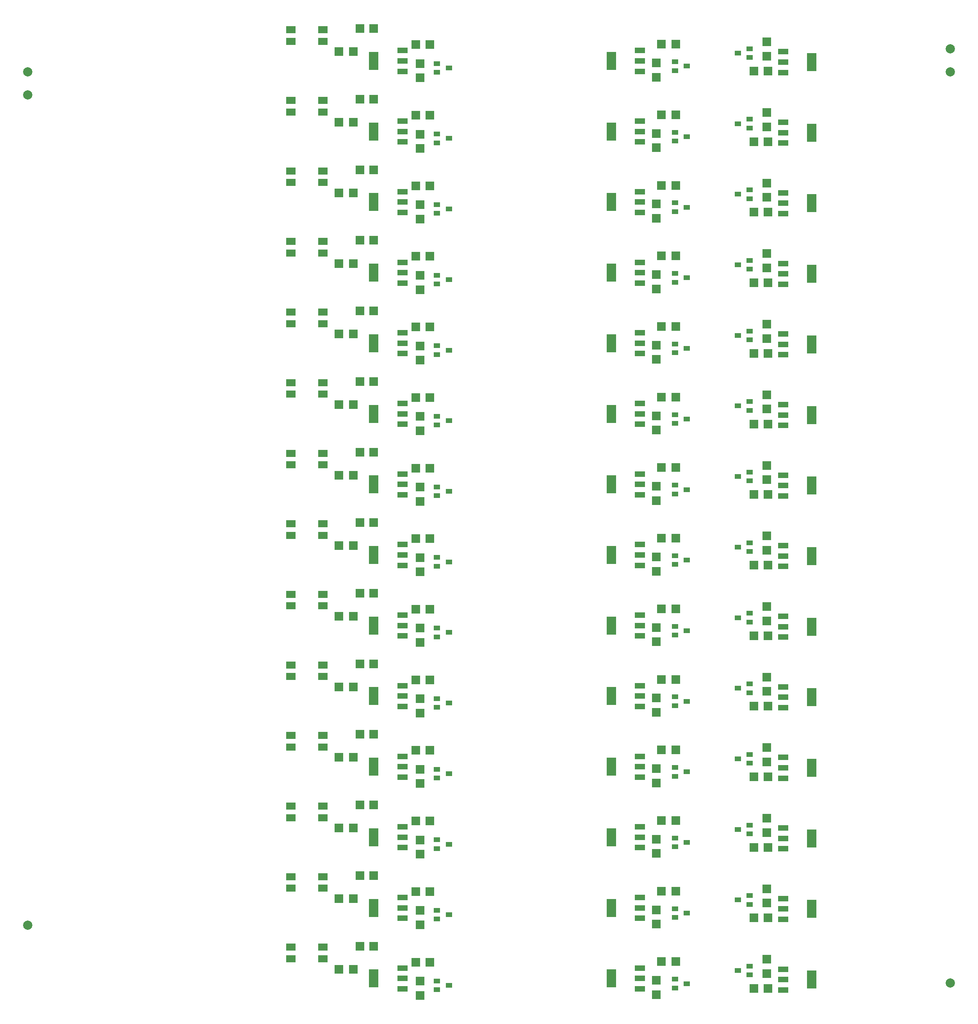
<source format=gtp>
G04 Layer_Color=8421504*
%FSLAX44Y44*%
%MOMM*%
G71*
G01*
G75*
%ADD10C,2.0000*%
%ADD11R,2.0000X4.0000*%
%ADD12R,2.3000X1.2000*%
%ADD13R,1.4000X1.0000*%
%ADD14R,2.0000X1.5000*%
%ADD15R,1.8500X1.8500*%
%ADD16R,1.8500X1.8500*%
%ADD17R,1.8500X1.9500*%
D10*
X2025000Y2075000D02*
D03*
Y2025000D02*
D03*
Y50000D02*
D03*
X25000Y1975000D02*
D03*
Y2025000D02*
D03*
Y175000D02*
D03*
D11*
X1725000Y57500D02*
D03*
X1290000Y60000D02*
D03*
X775000D02*
D03*
X1725000Y210500D02*
D03*
X1290000Y213000D02*
D03*
X775000D02*
D03*
X1725000Y363500D02*
D03*
X1290000Y366000D02*
D03*
X775000D02*
D03*
X1725000Y516500D02*
D03*
X1290000Y519000D02*
D03*
X775000D02*
D03*
X1725000Y669500D02*
D03*
X1290000Y672000D02*
D03*
X775000D02*
D03*
X1725000Y822500D02*
D03*
X1290000Y825000D02*
D03*
X775000D02*
D03*
X1725000Y975500D02*
D03*
X1290000Y978000D02*
D03*
X775000D02*
D03*
X1725000Y1128500D02*
D03*
X1290000Y1131000D02*
D03*
X775000D02*
D03*
X1725000Y1281500D02*
D03*
X1290000Y1284000D02*
D03*
X775000D02*
D03*
X1725000Y1434500D02*
D03*
X1290000Y1437000D02*
D03*
X775000D02*
D03*
X1725000Y1587500D02*
D03*
X1290000Y1590000D02*
D03*
X775000D02*
D03*
X1725000Y1740500D02*
D03*
X1290000Y1743000D02*
D03*
X775000D02*
D03*
X1725000Y1893500D02*
D03*
X1290000Y1896000D02*
D03*
X775000D02*
D03*
X1725000Y2046500D02*
D03*
X1290000Y2049000D02*
D03*
X775000D02*
D03*
D12*
X1662500Y35000D02*
D03*
Y57500D02*
D03*
Y80000D02*
D03*
X1352500Y82500D02*
D03*
Y60000D02*
D03*
Y37500D02*
D03*
X837500Y82500D02*
D03*
Y60000D02*
D03*
Y37500D02*
D03*
X1662500Y188000D02*
D03*
Y210500D02*
D03*
Y233000D02*
D03*
X1352500Y235500D02*
D03*
Y213000D02*
D03*
Y190500D02*
D03*
X837500Y235500D02*
D03*
Y213000D02*
D03*
Y190500D02*
D03*
X1662500Y341000D02*
D03*
Y363500D02*
D03*
Y386000D02*
D03*
X1352500Y388500D02*
D03*
Y366000D02*
D03*
Y343500D02*
D03*
X837500Y388500D02*
D03*
Y366000D02*
D03*
Y343500D02*
D03*
X1662500Y494000D02*
D03*
Y516500D02*
D03*
Y539000D02*
D03*
X1352500Y541500D02*
D03*
Y519000D02*
D03*
Y496500D02*
D03*
X837500Y541500D02*
D03*
Y519000D02*
D03*
Y496500D02*
D03*
X1662500Y647000D02*
D03*
Y669500D02*
D03*
Y692000D02*
D03*
X1352500Y694500D02*
D03*
Y672000D02*
D03*
Y649500D02*
D03*
X837500Y694500D02*
D03*
Y672000D02*
D03*
Y649500D02*
D03*
X1662500Y800000D02*
D03*
Y822500D02*
D03*
Y845000D02*
D03*
X1352500Y847500D02*
D03*
Y825000D02*
D03*
Y802500D02*
D03*
X837500Y847500D02*
D03*
Y825000D02*
D03*
Y802500D02*
D03*
X1662500Y953000D02*
D03*
Y975500D02*
D03*
Y998000D02*
D03*
X1352500Y1000500D02*
D03*
Y978000D02*
D03*
Y955500D02*
D03*
X837500Y1000500D02*
D03*
Y978000D02*
D03*
Y955500D02*
D03*
X1662500Y1106000D02*
D03*
Y1128500D02*
D03*
Y1151000D02*
D03*
X1352500Y1153500D02*
D03*
Y1131000D02*
D03*
Y1108500D02*
D03*
X837500Y1153500D02*
D03*
Y1131000D02*
D03*
Y1108500D02*
D03*
X1662500Y1259000D02*
D03*
Y1281500D02*
D03*
Y1304000D02*
D03*
X1352500Y1306500D02*
D03*
Y1284000D02*
D03*
Y1261500D02*
D03*
X837500Y1306500D02*
D03*
Y1284000D02*
D03*
Y1261500D02*
D03*
X1662500Y1412000D02*
D03*
Y1434500D02*
D03*
Y1457000D02*
D03*
X1352500Y1459500D02*
D03*
Y1437000D02*
D03*
Y1414500D02*
D03*
X837500Y1459500D02*
D03*
Y1437000D02*
D03*
Y1414500D02*
D03*
X1662500Y1565000D02*
D03*
Y1587500D02*
D03*
Y1610000D02*
D03*
X1352500Y1612500D02*
D03*
Y1590000D02*
D03*
Y1567500D02*
D03*
X837500Y1612500D02*
D03*
Y1590000D02*
D03*
Y1567500D02*
D03*
X1662500Y1718000D02*
D03*
Y1740500D02*
D03*
Y1763000D02*
D03*
X1352500Y1765500D02*
D03*
Y1743000D02*
D03*
Y1720500D02*
D03*
X837500Y1765500D02*
D03*
Y1743000D02*
D03*
Y1720500D02*
D03*
X1662500Y1871000D02*
D03*
Y1893500D02*
D03*
Y1916000D02*
D03*
X1352500Y1918500D02*
D03*
Y1896000D02*
D03*
Y1873500D02*
D03*
X837500Y1918500D02*
D03*
Y1896000D02*
D03*
Y1873500D02*
D03*
X1662500Y2024000D02*
D03*
Y2046500D02*
D03*
Y2069000D02*
D03*
X1352500Y2071500D02*
D03*
Y2049000D02*
D03*
Y2026500D02*
D03*
X837500Y2071500D02*
D03*
Y2049000D02*
D03*
Y2026500D02*
D03*
D13*
X1590000Y67500D02*
D03*
Y86500D02*
D03*
X1564500Y77000D02*
D03*
X1428000Y58250D02*
D03*
Y39250D02*
D03*
X1453500Y48750D02*
D03*
X912250Y54500D02*
D03*
Y35500D02*
D03*
X937750Y45000D02*
D03*
X1590000Y220500D02*
D03*
Y239500D02*
D03*
X1564500Y230000D02*
D03*
X1428000Y211250D02*
D03*
Y192250D02*
D03*
X1453500Y201750D02*
D03*
X912250Y207500D02*
D03*
Y188500D02*
D03*
X937750Y198000D02*
D03*
X1590000Y373500D02*
D03*
Y392500D02*
D03*
X1564500Y383000D02*
D03*
X1428000Y364250D02*
D03*
Y345250D02*
D03*
X1453500Y354750D02*
D03*
X912250Y360500D02*
D03*
Y341500D02*
D03*
X937750Y351000D02*
D03*
X1590000Y526500D02*
D03*
Y545500D02*
D03*
X1564500Y536000D02*
D03*
X1428000Y517250D02*
D03*
Y498250D02*
D03*
X1453500Y507750D02*
D03*
X912250Y513500D02*
D03*
Y494500D02*
D03*
X937750Y504000D02*
D03*
X1590000Y679500D02*
D03*
Y698500D02*
D03*
X1564500Y689000D02*
D03*
X1428000Y670250D02*
D03*
Y651250D02*
D03*
X1453500Y660750D02*
D03*
X912250Y666500D02*
D03*
Y647500D02*
D03*
X937750Y657000D02*
D03*
X1590000Y832500D02*
D03*
Y851500D02*
D03*
X1564500Y842000D02*
D03*
X1428000Y823250D02*
D03*
Y804250D02*
D03*
X1453500Y813750D02*
D03*
X912250Y819500D02*
D03*
Y800500D02*
D03*
X937750Y810000D02*
D03*
X1590000Y985500D02*
D03*
Y1004500D02*
D03*
X1564500Y995000D02*
D03*
X1428000Y976250D02*
D03*
Y957250D02*
D03*
X1453500Y966750D02*
D03*
X912250Y972500D02*
D03*
Y953500D02*
D03*
X937750Y963000D02*
D03*
X1590000Y1138500D02*
D03*
Y1157500D02*
D03*
X1564500Y1148000D02*
D03*
X1428000Y1129250D02*
D03*
Y1110250D02*
D03*
X1453500Y1119750D02*
D03*
X912250Y1125500D02*
D03*
Y1106500D02*
D03*
X937750Y1116000D02*
D03*
X1590000Y1291500D02*
D03*
Y1310500D02*
D03*
X1564500Y1301000D02*
D03*
X1428000Y1282250D02*
D03*
Y1263250D02*
D03*
X1453500Y1272750D02*
D03*
X912250Y1278500D02*
D03*
Y1259500D02*
D03*
X937750Y1269000D02*
D03*
X1590000Y1444500D02*
D03*
Y1463500D02*
D03*
X1564500Y1454000D02*
D03*
X1428000Y1435250D02*
D03*
Y1416250D02*
D03*
X1453500Y1425750D02*
D03*
X912250Y1431500D02*
D03*
Y1412500D02*
D03*
X937750Y1422000D02*
D03*
X1590000Y1597500D02*
D03*
Y1616500D02*
D03*
X1564500Y1607000D02*
D03*
X1428000Y1588250D02*
D03*
Y1569250D02*
D03*
X1453500Y1578750D02*
D03*
X912250Y1584500D02*
D03*
Y1565500D02*
D03*
X937750Y1575000D02*
D03*
X1590000Y1750500D02*
D03*
Y1769500D02*
D03*
X1564500Y1760000D02*
D03*
X1428000Y1741250D02*
D03*
Y1722250D02*
D03*
X1453500Y1731750D02*
D03*
X912250Y1737500D02*
D03*
Y1718500D02*
D03*
X937750Y1728000D02*
D03*
X1590000Y1903500D02*
D03*
Y1922500D02*
D03*
X1564500Y1913000D02*
D03*
X1428000Y1894250D02*
D03*
Y1875250D02*
D03*
X1453500Y1884750D02*
D03*
X912250Y1890500D02*
D03*
Y1871500D02*
D03*
X937750Y1881000D02*
D03*
X1590000Y2056500D02*
D03*
Y2075500D02*
D03*
X1564500Y2066000D02*
D03*
X1428000Y2047250D02*
D03*
Y2028250D02*
D03*
X1453500Y2037750D02*
D03*
X912250Y2043500D02*
D03*
Y2024500D02*
D03*
X937750Y2034000D02*
D03*
D14*
X595000Y102500D02*
D03*
Y127500D02*
D03*
X665000Y102500D02*
D03*
Y127500D02*
D03*
X595000Y255500D02*
D03*
Y280500D02*
D03*
X665000Y255500D02*
D03*
Y280500D02*
D03*
X595000Y408500D02*
D03*
Y433500D02*
D03*
X665000Y408500D02*
D03*
Y433500D02*
D03*
X595000Y561500D02*
D03*
Y586500D02*
D03*
X665000Y561500D02*
D03*
Y586500D02*
D03*
X595000Y714500D02*
D03*
Y739500D02*
D03*
X665000Y714500D02*
D03*
Y739500D02*
D03*
X595000Y867500D02*
D03*
Y892500D02*
D03*
X665000Y867500D02*
D03*
Y892500D02*
D03*
X595000Y1020500D02*
D03*
Y1045500D02*
D03*
X665000Y1020500D02*
D03*
Y1045500D02*
D03*
X595000Y1173500D02*
D03*
Y1198500D02*
D03*
X665000Y1173500D02*
D03*
Y1198500D02*
D03*
X595000Y1326500D02*
D03*
Y1351500D02*
D03*
X665000Y1326500D02*
D03*
Y1351500D02*
D03*
X595000Y1479500D02*
D03*
Y1504500D02*
D03*
X665000Y1479500D02*
D03*
Y1504500D02*
D03*
X595000Y1632500D02*
D03*
Y1657500D02*
D03*
X665000Y1632500D02*
D03*
Y1657500D02*
D03*
X595000Y1785500D02*
D03*
Y1810500D02*
D03*
X665000Y1785500D02*
D03*
Y1810500D02*
D03*
X595000Y1938500D02*
D03*
Y1963500D02*
D03*
X665000Y1938500D02*
D03*
Y1963500D02*
D03*
X595000Y2091500D02*
D03*
Y2116500D02*
D03*
X665000Y2091500D02*
D03*
Y2116500D02*
D03*
D15*
X1627500Y70250D02*
D03*
Y101250D02*
D03*
X1388000Y55750D02*
D03*
Y24750D02*
D03*
X875250Y54250D02*
D03*
Y23250D02*
D03*
X1627500Y223250D02*
D03*
Y254250D02*
D03*
X1388000Y208750D02*
D03*
Y177750D02*
D03*
X875250Y207250D02*
D03*
Y176250D02*
D03*
X1627500Y376250D02*
D03*
Y407250D02*
D03*
X1388000Y361750D02*
D03*
Y330750D02*
D03*
X875250Y360250D02*
D03*
Y329250D02*
D03*
X1627500Y529250D02*
D03*
Y560250D02*
D03*
X1388000Y514750D02*
D03*
Y483750D02*
D03*
X875250Y513250D02*
D03*
Y482250D02*
D03*
X1627500Y682250D02*
D03*
Y713250D02*
D03*
X1388000Y667750D02*
D03*
Y636750D02*
D03*
X875250Y666250D02*
D03*
Y635250D02*
D03*
X1627500Y835250D02*
D03*
Y866250D02*
D03*
X1388000Y820750D02*
D03*
Y789750D02*
D03*
X875250Y819250D02*
D03*
Y788250D02*
D03*
X1627500Y988250D02*
D03*
Y1019250D02*
D03*
X1388000Y973750D02*
D03*
Y942750D02*
D03*
X875250Y972250D02*
D03*
Y941250D02*
D03*
X1627500Y1141250D02*
D03*
Y1172250D02*
D03*
X1388000Y1126750D02*
D03*
Y1095750D02*
D03*
X875250Y1125250D02*
D03*
Y1094250D02*
D03*
X1627500Y1294250D02*
D03*
Y1325250D02*
D03*
X1388000Y1279750D02*
D03*
Y1248750D02*
D03*
X875250Y1278250D02*
D03*
Y1247250D02*
D03*
X1627500Y1447250D02*
D03*
Y1478250D02*
D03*
X1388000Y1432750D02*
D03*
Y1401750D02*
D03*
X875250Y1431250D02*
D03*
Y1400250D02*
D03*
X1627500Y1600250D02*
D03*
Y1631250D02*
D03*
X1388000Y1585750D02*
D03*
Y1554750D02*
D03*
X875250Y1584250D02*
D03*
Y1553250D02*
D03*
X1627500Y1753250D02*
D03*
Y1784250D02*
D03*
X1388000Y1738750D02*
D03*
Y1707750D02*
D03*
X875250Y1737250D02*
D03*
Y1706250D02*
D03*
X1627500Y1906250D02*
D03*
Y1937250D02*
D03*
X1388000Y1891750D02*
D03*
Y1860750D02*
D03*
X875250Y1890250D02*
D03*
Y1859250D02*
D03*
X1627500Y2059250D02*
D03*
Y2090250D02*
D03*
X1388000Y2044750D02*
D03*
Y2013750D02*
D03*
X875250Y2043250D02*
D03*
Y2012250D02*
D03*
D16*
X1599250Y38000D02*
D03*
X1630250D02*
D03*
X699500Y80000D02*
D03*
X730500D02*
D03*
X1430000Y96250D02*
D03*
X1399000D02*
D03*
X897000Y95250D02*
D03*
X866000D02*
D03*
X1599250Y191000D02*
D03*
X1630250D02*
D03*
X699500Y233000D02*
D03*
X730500D02*
D03*
X1430000Y249250D02*
D03*
X1399000D02*
D03*
X897000Y248250D02*
D03*
X866000D02*
D03*
X1599250Y344000D02*
D03*
X1630250D02*
D03*
X699500Y386000D02*
D03*
X730500D02*
D03*
X1430000Y402250D02*
D03*
X1399000D02*
D03*
X897000Y401250D02*
D03*
X866000D02*
D03*
X1599250Y497000D02*
D03*
X1630250D02*
D03*
X699500Y539000D02*
D03*
X730500D02*
D03*
X1430000Y555250D02*
D03*
X1399000D02*
D03*
X897000Y554250D02*
D03*
X866000D02*
D03*
X1599250Y650000D02*
D03*
X1630250D02*
D03*
X699500Y692000D02*
D03*
X730500D02*
D03*
X1430000Y708250D02*
D03*
X1399000D02*
D03*
X897000Y707250D02*
D03*
X866000D02*
D03*
X1599250Y803000D02*
D03*
X1630250D02*
D03*
X699500Y845000D02*
D03*
X730500D02*
D03*
X1430000Y861250D02*
D03*
X1399000D02*
D03*
X897000Y860250D02*
D03*
X866000D02*
D03*
X1599250Y956000D02*
D03*
X1630250D02*
D03*
X699500Y998000D02*
D03*
X730500D02*
D03*
X1430000Y1014250D02*
D03*
X1399000D02*
D03*
X897000Y1013250D02*
D03*
X866000D02*
D03*
X1599250Y1109000D02*
D03*
X1630250D02*
D03*
X699500Y1151000D02*
D03*
X730500D02*
D03*
X1430000Y1167250D02*
D03*
X1399000D02*
D03*
X897000Y1166250D02*
D03*
X866000D02*
D03*
X1599250Y1262000D02*
D03*
X1630250D02*
D03*
X699500Y1304000D02*
D03*
X730500D02*
D03*
X1430000Y1320250D02*
D03*
X1399000D02*
D03*
X897000Y1319250D02*
D03*
X866000D02*
D03*
X1599250Y1415000D02*
D03*
X1630250D02*
D03*
X699500Y1457000D02*
D03*
X730500D02*
D03*
X1430000Y1473250D02*
D03*
X1399000D02*
D03*
X897000Y1472250D02*
D03*
X866000D02*
D03*
X1599250Y1568000D02*
D03*
X1630250D02*
D03*
X699500Y1610000D02*
D03*
X730500D02*
D03*
X1430000Y1626250D02*
D03*
X1399000D02*
D03*
X897000Y1625250D02*
D03*
X866000D02*
D03*
X1599250Y1721000D02*
D03*
X1630250D02*
D03*
X699500Y1763000D02*
D03*
X730500D02*
D03*
X1430000Y1779250D02*
D03*
X1399000D02*
D03*
X897000Y1778250D02*
D03*
X866000D02*
D03*
X1599250Y1874000D02*
D03*
X1630250D02*
D03*
X699500Y1916000D02*
D03*
X730500D02*
D03*
X1430000Y1932250D02*
D03*
X1399000D02*
D03*
X897000Y1931250D02*
D03*
X866000D02*
D03*
X1599250Y2027000D02*
D03*
X1630250D02*
D03*
X699500Y2069000D02*
D03*
X730500D02*
D03*
X1430000Y2085250D02*
D03*
X1399000D02*
D03*
X897000Y2084250D02*
D03*
X866000D02*
D03*
D17*
X775000Y130000D02*
D03*
X745000D02*
D03*
X775000Y283000D02*
D03*
X745000D02*
D03*
X775000Y436000D02*
D03*
X745000D02*
D03*
X775000Y589000D02*
D03*
X745000D02*
D03*
X775000Y742000D02*
D03*
X745000D02*
D03*
X775000Y895000D02*
D03*
X745000D02*
D03*
X775000Y1048000D02*
D03*
X745000D02*
D03*
X775000Y1201000D02*
D03*
X745000D02*
D03*
X775000Y1354000D02*
D03*
X745000D02*
D03*
X775000Y1507000D02*
D03*
X745000D02*
D03*
X775000Y1660000D02*
D03*
X745000D02*
D03*
X775000Y1813000D02*
D03*
X745000D02*
D03*
X775000Y1966000D02*
D03*
X745000D02*
D03*
X775000Y2119000D02*
D03*
X745000D02*
D03*
M02*

</source>
